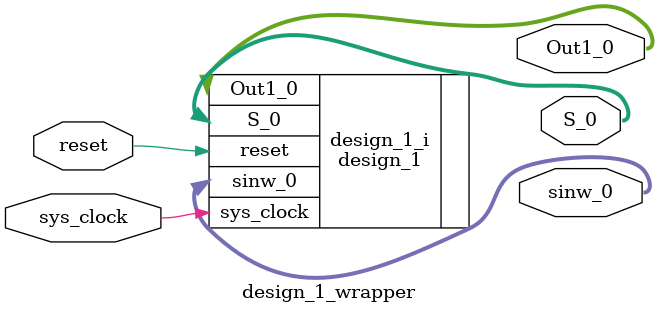
<source format=v>
`timescale 1 ps / 1 ps

module design_1_wrapper
   (Out1_0,
    S_0,
    reset,
    sinw_0,
    sys_clock);
  output [15:0]Out1_0;
  output [11:0]S_0;
  input reset;
  output [11:0]sinw_0;
  input sys_clock;

  wire [15:0]Out1_0;
  wire [11:0]S_0;
  wire reset;
  wire [11:0]sinw_0;
  wire sys_clock;

  design_1 design_1_i
       (.Out1_0(Out1_0),
        .S_0(S_0),
        .reset(reset),
        .sinw_0(sinw_0),
        .sys_clock(sys_clock));
endmodule

</source>
